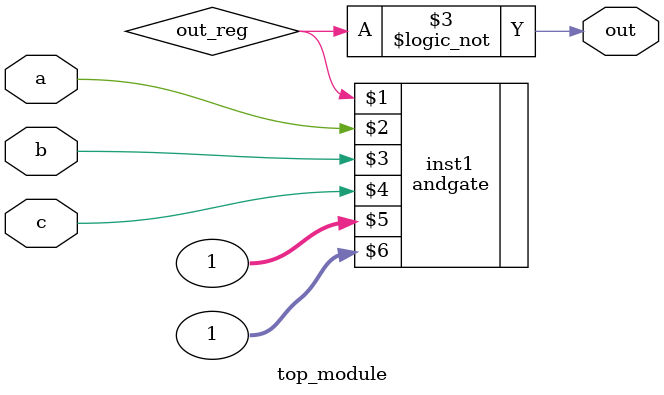
<source format=v>
module top_module (input a, input b, input c, output out);

    //set a reg version of 'out' for 'inst1'
    reg out_reg;

    //module andgate ( output out, input a, input b, input c, input d, input e );
    //therefore the originial 'inst1' did not connect the correct ports
    andgate inst1 (out_reg, a, b, c, 1, 1);

    //the exercise want NAND, thus add NOT
    assign out = !out_reg;

endmodule

</source>
